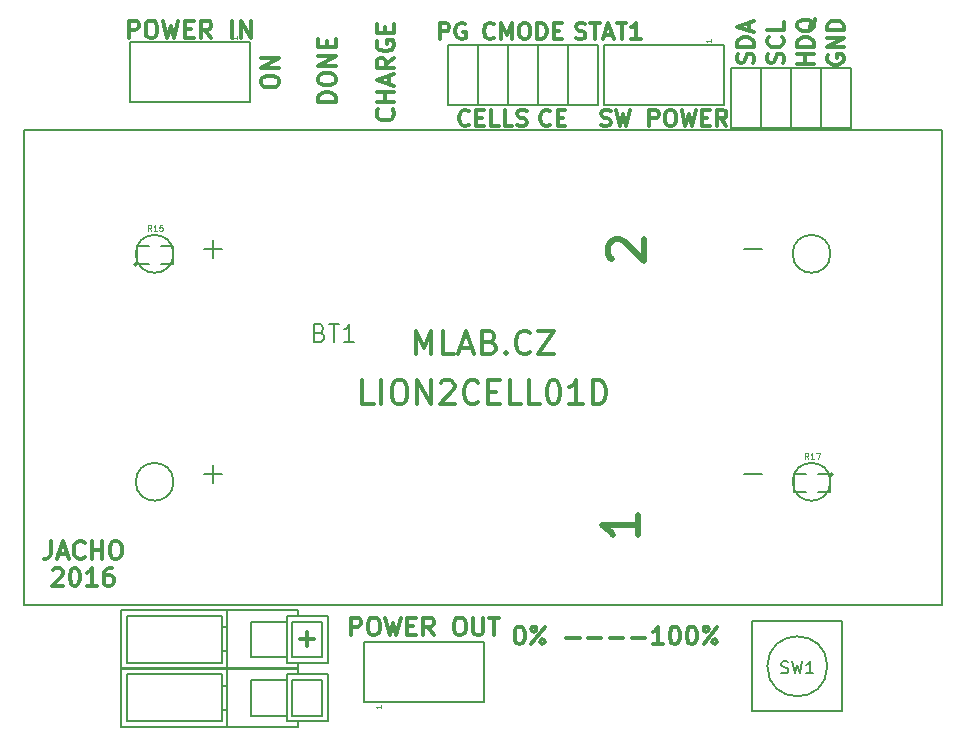
<source format=gbr>
G04 #@! TF.FileFunction,Legend,Top*
%FSLAX46Y46*%
G04 Gerber Fmt 4.6, Leading zero omitted, Abs format (unit mm)*
G04 Created by KiCad (PCBNEW 4.0.1-3.201512221401+6198~38~ubuntu15.10.1-stable) date Út 19. leden 2016, 20:18:50 CET*
%MOMM*%
G01*
G04 APERTURE LIST*
%ADD10C,0.300000*%
%ADD11C,0.500000*%
%ADD12C,0.200000*%
%ADD13C,0.150000*%
%ADD14C,0.127000*%
%ADD15C,0.050000*%
%ADD16C,0.109220*%
%ADD17C,0.203200*%
G04 APERTURE END LIST*
D10*
D11*
X51474857Y40036858D02*
X51332000Y40179715D01*
X51189143Y40465429D01*
X51189143Y41179715D01*
X51332000Y41465429D01*
X51474857Y41608286D01*
X51760571Y41751143D01*
X52046286Y41751143D01*
X52474857Y41608286D01*
X54189143Y39894000D01*
X54189143Y41751143D01*
X53681143Y18383143D02*
X53681143Y16668858D01*
X53681143Y17526000D02*
X50681143Y17526000D01*
X51109714Y17240286D01*
X51395429Y16954572D01*
X51538286Y16668858D01*
D10*
X34878095Y31988238D02*
X34878095Y33988238D01*
X35544762Y32559667D01*
X36211429Y33988238D01*
X36211429Y31988238D01*
X38116190Y31988238D02*
X37163809Y31988238D01*
X37163809Y33988238D01*
X38687619Y32559667D02*
X39640000Y32559667D01*
X38497143Y31988238D02*
X39163810Y33988238D01*
X39830477Y31988238D01*
X41163810Y33035857D02*
X41449524Y32940619D01*
X41544763Y32845381D01*
X41640001Y32654905D01*
X41640001Y32369190D01*
X41544763Y32178714D01*
X41449524Y32083476D01*
X41259048Y31988238D01*
X40497143Y31988238D01*
X40497143Y33988238D01*
X41163810Y33988238D01*
X41354286Y33893000D01*
X41449524Y33797762D01*
X41544763Y33607286D01*
X41544763Y33416810D01*
X41449524Y33226333D01*
X41354286Y33131095D01*
X41163810Y33035857D01*
X40497143Y33035857D01*
X42497143Y32178714D02*
X42592382Y32083476D01*
X42497143Y31988238D01*
X42401905Y32083476D01*
X42497143Y32178714D01*
X42497143Y31988238D01*
X44592382Y32178714D02*
X44497144Y32083476D01*
X44211429Y31988238D01*
X44020953Y31988238D01*
X43735239Y32083476D01*
X43544763Y32273952D01*
X43449524Y32464429D01*
X43354286Y32845381D01*
X43354286Y33131095D01*
X43449524Y33512048D01*
X43544763Y33702524D01*
X43735239Y33893000D01*
X44020953Y33988238D01*
X44211429Y33988238D01*
X44497144Y33893000D01*
X44592382Y33797762D01*
X45259048Y33988238D02*
X46592382Y33988238D01*
X45259048Y31988238D01*
X46592382Y31988238D01*
X4159572Y13759571D02*
X4231001Y13831000D01*
X4373858Y13902429D01*
X4731001Y13902429D01*
X4873858Y13831000D01*
X4945287Y13759571D01*
X5016715Y13616714D01*
X5016715Y13473857D01*
X4945287Y13259571D01*
X4088144Y12402429D01*
X5016715Y12402429D01*
X5945286Y13902429D02*
X6088143Y13902429D01*
X6231000Y13831000D01*
X6302429Y13759571D01*
X6373858Y13616714D01*
X6445286Y13331000D01*
X6445286Y12973857D01*
X6373858Y12688143D01*
X6302429Y12545286D01*
X6231000Y12473857D01*
X6088143Y12402429D01*
X5945286Y12402429D01*
X5802429Y12473857D01*
X5731000Y12545286D01*
X5659572Y12688143D01*
X5588143Y12973857D01*
X5588143Y13331000D01*
X5659572Y13616714D01*
X5731000Y13759571D01*
X5802429Y13831000D01*
X5945286Y13902429D01*
X7873857Y12402429D02*
X7016714Y12402429D01*
X7445286Y12402429D02*
X7445286Y13902429D01*
X7302429Y13688143D01*
X7159571Y13545286D01*
X7016714Y13473857D01*
X9159571Y13902429D02*
X8873857Y13902429D01*
X8731000Y13831000D01*
X8659571Y13759571D01*
X8516714Y13545286D01*
X8445285Y13259571D01*
X8445285Y12688143D01*
X8516714Y12545286D01*
X8588142Y12473857D01*
X8731000Y12402429D01*
X9016714Y12402429D01*
X9159571Y12473857D01*
X9231000Y12545286D01*
X9302428Y12688143D01*
X9302428Y13045286D01*
X9231000Y13188143D01*
X9159571Y13259571D01*
X9016714Y13331000D01*
X8731000Y13331000D01*
X8588142Y13259571D01*
X8516714Y13188143D01*
X8445285Y13045286D01*
X3981000Y16188429D02*
X3981000Y15117000D01*
X3909572Y14902714D01*
X3766715Y14759857D01*
X3552429Y14688429D01*
X3409572Y14688429D01*
X4623857Y15117000D02*
X5338143Y15117000D01*
X4481000Y14688429D02*
X4981000Y16188429D01*
X5481000Y14688429D01*
X6838143Y14831286D02*
X6766714Y14759857D01*
X6552428Y14688429D01*
X6409571Y14688429D01*
X6195286Y14759857D01*
X6052428Y14902714D01*
X5981000Y15045571D01*
X5909571Y15331286D01*
X5909571Y15545571D01*
X5981000Y15831286D01*
X6052428Y15974143D01*
X6195286Y16117000D01*
X6409571Y16188429D01*
X6552428Y16188429D01*
X6766714Y16117000D01*
X6838143Y16045571D01*
X7481000Y14688429D02*
X7481000Y16188429D01*
X7481000Y15474143D02*
X8338143Y15474143D01*
X8338143Y14688429D02*
X8338143Y16188429D01*
X9338143Y16188429D02*
X9623857Y16188429D01*
X9766715Y16117000D01*
X9909572Y15974143D01*
X9981000Y15688429D01*
X9981000Y15188429D01*
X9909572Y14902714D01*
X9766715Y14759857D01*
X9623857Y14688429D01*
X9338143Y14688429D01*
X9195286Y14759857D01*
X9052429Y14902714D01*
X8981000Y15188429D01*
X8981000Y15688429D01*
X9052429Y15974143D01*
X9195286Y16117000D01*
X9338143Y16188429D01*
X31306666Y27797238D02*
X30354285Y27797238D01*
X30354285Y29797238D01*
X31973333Y27797238D02*
X31973333Y29797238D01*
X33306667Y29797238D02*
X33687619Y29797238D01*
X33878095Y29702000D01*
X34068572Y29511524D01*
X34163810Y29130571D01*
X34163810Y28463905D01*
X34068572Y28082952D01*
X33878095Y27892476D01*
X33687619Y27797238D01*
X33306667Y27797238D01*
X33116191Y27892476D01*
X32925714Y28082952D01*
X32830476Y28463905D01*
X32830476Y29130571D01*
X32925714Y29511524D01*
X33116191Y29702000D01*
X33306667Y29797238D01*
X35020952Y27797238D02*
X35020952Y29797238D01*
X36163810Y27797238D01*
X36163810Y29797238D01*
X37020952Y29606762D02*
X37116190Y29702000D01*
X37306667Y29797238D01*
X37782857Y29797238D01*
X37973333Y29702000D01*
X38068571Y29606762D01*
X38163810Y29416286D01*
X38163810Y29225810D01*
X38068571Y28940095D01*
X36925714Y27797238D01*
X38163810Y27797238D01*
X40163810Y27987714D02*
X40068572Y27892476D01*
X39782857Y27797238D01*
X39592381Y27797238D01*
X39306667Y27892476D01*
X39116191Y28082952D01*
X39020952Y28273429D01*
X38925714Y28654381D01*
X38925714Y28940095D01*
X39020952Y29321048D01*
X39116191Y29511524D01*
X39306667Y29702000D01*
X39592381Y29797238D01*
X39782857Y29797238D01*
X40068572Y29702000D01*
X40163810Y29606762D01*
X41020952Y28844857D02*
X41687619Y28844857D01*
X41973333Y27797238D02*
X41020952Y27797238D01*
X41020952Y29797238D01*
X41973333Y29797238D01*
X43782857Y27797238D02*
X42830476Y27797238D01*
X42830476Y29797238D01*
X45401905Y27797238D02*
X44449524Y27797238D01*
X44449524Y29797238D01*
X46449525Y29797238D02*
X46640001Y29797238D01*
X46830477Y29702000D01*
X46925715Y29606762D01*
X47020953Y29416286D01*
X47116192Y29035333D01*
X47116192Y28559143D01*
X47020953Y28178190D01*
X46925715Y27987714D01*
X46830477Y27892476D01*
X46640001Y27797238D01*
X46449525Y27797238D01*
X46259049Y27892476D01*
X46163811Y27987714D01*
X46068572Y28178190D01*
X45973334Y28559143D01*
X45973334Y29035333D01*
X46068572Y29416286D01*
X46163811Y29606762D01*
X46259049Y29702000D01*
X46449525Y29797238D01*
X49020954Y27797238D02*
X47878096Y27797238D01*
X48449525Y27797238D02*
X48449525Y29797238D01*
X48259049Y29511524D01*
X48068573Y29321048D01*
X47878096Y29225810D01*
X49878096Y27797238D02*
X49878096Y29797238D01*
X50354287Y29797238D01*
X50640001Y29702000D01*
X50830477Y29511524D01*
X50925716Y29321048D01*
X51020954Y28940095D01*
X51020954Y28654381D01*
X50925716Y28273429D01*
X50830477Y28082952D01*
X50640001Y27892476D01*
X50354287Y27797238D01*
X49878096Y27797238D01*
X48447667Y58742333D02*
X48647667Y58675667D01*
X48981000Y58675667D01*
X49114333Y58742333D01*
X49181000Y58809000D01*
X49247667Y58942333D01*
X49247667Y59075667D01*
X49181000Y59209000D01*
X49114333Y59275667D01*
X48981000Y59342333D01*
X48714333Y59409000D01*
X48581000Y59475667D01*
X48514333Y59542333D01*
X48447667Y59675667D01*
X48447667Y59809000D01*
X48514333Y59942333D01*
X48581000Y60009000D01*
X48714333Y60075667D01*
X49047667Y60075667D01*
X49247667Y60009000D01*
X49647666Y60075667D02*
X50447666Y60075667D01*
X50047666Y58675667D02*
X50047666Y60075667D01*
X50847667Y59075667D02*
X51514333Y59075667D01*
X50714333Y58675667D02*
X51181000Y60075667D01*
X51647667Y58675667D01*
X51914333Y60075667D02*
X52714333Y60075667D01*
X52314333Y58675667D02*
X52314333Y60075667D01*
X53914334Y58675667D02*
X53114334Y58675667D01*
X53514334Y58675667D02*
X53514334Y60075667D01*
X53381000Y59875667D01*
X53247667Y59742333D01*
X53114334Y59675667D01*
X46282000Y51443000D02*
X46215334Y51376333D01*
X46015334Y51309667D01*
X45882000Y51309667D01*
X45682000Y51376333D01*
X45548667Y51509667D01*
X45482000Y51643000D01*
X45415334Y51909667D01*
X45415334Y52109667D01*
X45482000Y52376333D01*
X45548667Y52509667D01*
X45682000Y52643000D01*
X45882000Y52709667D01*
X46015334Y52709667D01*
X46215334Y52643000D01*
X46282000Y52576333D01*
X46882000Y52043000D02*
X47348667Y52043000D01*
X47548667Y51309667D02*
X46882000Y51309667D01*
X46882000Y52709667D01*
X47548667Y52709667D01*
X41508666Y58809000D02*
X41442000Y58742333D01*
X41242000Y58675667D01*
X41108666Y58675667D01*
X40908666Y58742333D01*
X40775333Y58875667D01*
X40708666Y59009000D01*
X40642000Y59275667D01*
X40642000Y59475667D01*
X40708666Y59742333D01*
X40775333Y59875667D01*
X40908666Y60009000D01*
X41108666Y60075667D01*
X41242000Y60075667D01*
X41442000Y60009000D01*
X41508666Y59942333D01*
X42108666Y58675667D02*
X42108666Y60075667D01*
X42575333Y59075667D01*
X43042000Y60075667D01*
X43042000Y58675667D01*
X43975333Y60075667D02*
X44242000Y60075667D01*
X44375333Y60009000D01*
X44508666Y59875667D01*
X44575333Y59609000D01*
X44575333Y59142333D01*
X44508666Y58875667D01*
X44375333Y58742333D01*
X44242000Y58675667D01*
X43975333Y58675667D01*
X43842000Y58742333D01*
X43708666Y58875667D01*
X43642000Y59142333D01*
X43642000Y59609000D01*
X43708666Y59875667D01*
X43842000Y60009000D01*
X43975333Y60075667D01*
X45175333Y58675667D02*
X45175333Y60075667D01*
X45508667Y60075667D01*
X45708667Y60009000D01*
X45842000Y59875667D01*
X45908667Y59742333D01*
X45975333Y59475667D01*
X45975333Y59275667D01*
X45908667Y59009000D01*
X45842000Y58875667D01*
X45708667Y58742333D01*
X45508667Y58675667D01*
X45175333Y58675667D01*
X46575333Y59409000D02*
X47042000Y59409000D01*
X47242000Y58675667D02*
X46575333Y58675667D01*
X46575333Y60075667D01*
X47242000Y60075667D01*
X39402000Y51443000D02*
X39335334Y51376333D01*
X39135334Y51309667D01*
X39002000Y51309667D01*
X38802000Y51376333D01*
X38668667Y51509667D01*
X38602000Y51643000D01*
X38535334Y51909667D01*
X38535334Y52109667D01*
X38602000Y52376333D01*
X38668667Y52509667D01*
X38802000Y52643000D01*
X39002000Y52709667D01*
X39135334Y52709667D01*
X39335334Y52643000D01*
X39402000Y52576333D01*
X40002000Y52043000D02*
X40468667Y52043000D01*
X40668667Y51309667D02*
X40002000Y51309667D01*
X40002000Y52709667D01*
X40668667Y52709667D01*
X41935334Y51309667D02*
X41268667Y51309667D01*
X41268667Y52709667D01*
X43068667Y51309667D02*
X42402000Y51309667D01*
X42402000Y52709667D01*
X43468667Y51376333D02*
X43668667Y51309667D01*
X44002000Y51309667D01*
X44135333Y51376333D01*
X44202000Y51443000D01*
X44268667Y51576333D01*
X44268667Y51709667D01*
X44202000Y51843000D01*
X44135333Y51909667D01*
X44002000Y51976333D01*
X43735333Y52043000D01*
X43602000Y52109667D01*
X43535333Y52176333D01*
X43468667Y52309667D01*
X43468667Y52443000D01*
X43535333Y52576333D01*
X43602000Y52643000D01*
X43735333Y52709667D01*
X44068667Y52709667D01*
X44268667Y52643000D01*
X36906333Y58675667D02*
X36906333Y60075667D01*
X37439667Y60075667D01*
X37573000Y60009000D01*
X37639667Y59942333D01*
X37706333Y59809000D01*
X37706333Y59609000D01*
X37639667Y59475667D01*
X37573000Y59409000D01*
X37439667Y59342333D01*
X36906333Y59342333D01*
X39039667Y60009000D02*
X38906333Y60075667D01*
X38706333Y60075667D01*
X38506333Y60009000D01*
X38373000Y59875667D01*
X38306333Y59742333D01*
X38239667Y59475667D01*
X38239667Y59275667D01*
X38306333Y59009000D01*
X38373000Y58875667D01*
X38506333Y58742333D01*
X38706333Y58675667D01*
X38839667Y58675667D01*
X39039667Y58742333D01*
X39106333Y58809000D01*
X39106333Y59275667D01*
X38839667Y59275667D01*
X50580000Y51376333D02*
X50780000Y51309667D01*
X51113333Y51309667D01*
X51246666Y51376333D01*
X51313333Y51443000D01*
X51380000Y51576333D01*
X51380000Y51709667D01*
X51313333Y51843000D01*
X51246666Y51909667D01*
X51113333Y51976333D01*
X50846666Y52043000D01*
X50713333Y52109667D01*
X50646666Y52176333D01*
X50580000Y52309667D01*
X50580000Y52443000D01*
X50646666Y52576333D01*
X50713333Y52643000D01*
X50846666Y52709667D01*
X51180000Y52709667D01*
X51380000Y52643000D01*
X51846666Y52709667D02*
X52179999Y51309667D01*
X52446666Y52309667D01*
X52713333Y51309667D01*
X53046666Y52709667D01*
X54646666Y51309667D02*
X54646666Y52709667D01*
X55180000Y52709667D01*
X55313333Y52643000D01*
X55380000Y52576333D01*
X55446666Y52443000D01*
X55446666Y52243000D01*
X55380000Y52109667D01*
X55313333Y52043000D01*
X55180000Y51976333D01*
X54646666Y51976333D01*
X56313333Y52709667D02*
X56580000Y52709667D01*
X56713333Y52643000D01*
X56846666Y52509667D01*
X56913333Y52243000D01*
X56913333Y51776333D01*
X56846666Y51509667D01*
X56713333Y51376333D01*
X56580000Y51309667D01*
X56313333Y51309667D01*
X56180000Y51376333D01*
X56046666Y51509667D01*
X55980000Y51776333D01*
X55980000Y52243000D01*
X56046666Y52509667D01*
X56180000Y52643000D01*
X56313333Y52709667D01*
X57380000Y52709667D02*
X57713333Y51309667D01*
X57980000Y52309667D01*
X58246667Y51309667D01*
X58580000Y52709667D01*
X59113333Y52043000D02*
X59580000Y52043000D01*
X59780000Y51309667D02*
X59113333Y51309667D01*
X59113333Y52709667D01*
X59780000Y52709667D01*
X61180000Y51309667D02*
X60713334Y51976333D01*
X60380000Y51309667D02*
X60380000Y52709667D01*
X60913334Y52709667D01*
X61046667Y52643000D01*
X61113334Y52576333D01*
X61180000Y52443000D01*
X61180000Y52243000D01*
X61113334Y52109667D01*
X61046667Y52043000D01*
X60913334Y51976333D01*
X60380000Y51976333D01*
X63431667Y56654667D02*
X63498333Y56854667D01*
X63498333Y57188000D01*
X63431667Y57321333D01*
X63365000Y57388000D01*
X63231667Y57454667D01*
X63098333Y57454667D01*
X62965000Y57388000D01*
X62898333Y57321333D01*
X62831667Y57188000D01*
X62765000Y56921333D01*
X62698333Y56788000D01*
X62631667Y56721333D01*
X62498333Y56654667D01*
X62365000Y56654667D01*
X62231667Y56721333D01*
X62165000Y56788000D01*
X62098333Y56921333D01*
X62098333Y57254667D01*
X62165000Y57454667D01*
X63498333Y58054666D02*
X62098333Y58054666D01*
X62098333Y58388000D01*
X62165000Y58588000D01*
X62298333Y58721333D01*
X62431667Y58788000D01*
X62698333Y58854666D01*
X62898333Y58854666D01*
X63165000Y58788000D01*
X63298333Y58721333D01*
X63431667Y58588000D01*
X63498333Y58388000D01*
X63498333Y58054666D01*
X63098333Y59388000D02*
X63098333Y60054666D01*
X63498333Y59254666D02*
X62098333Y59721333D01*
X63498333Y60188000D01*
X69785000Y57327667D02*
X69718333Y57194333D01*
X69718333Y56994333D01*
X69785000Y56794333D01*
X69918333Y56661000D01*
X70051667Y56594333D01*
X70318333Y56527667D01*
X70518333Y56527667D01*
X70785000Y56594333D01*
X70918333Y56661000D01*
X71051667Y56794333D01*
X71118333Y56994333D01*
X71118333Y57127667D01*
X71051667Y57327667D01*
X70985000Y57394333D01*
X70518333Y57394333D01*
X70518333Y57127667D01*
X71118333Y57994333D02*
X69718333Y57994333D01*
X71118333Y58794333D01*
X69718333Y58794333D01*
X71118333Y59461000D02*
X69718333Y59461000D01*
X69718333Y59794334D01*
X69785000Y59994334D01*
X69918333Y60127667D01*
X70051667Y60194334D01*
X70318333Y60261000D01*
X70518333Y60261000D01*
X70785000Y60194334D01*
X70918333Y60127667D01*
X71051667Y59994334D01*
X71118333Y59794334D01*
X71118333Y59461000D01*
X68578333Y56594333D02*
X67178333Y56594333D01*
X67845000Y56594333D02*
X67845000Y57394333D01*
X68578333Y57394333D02*
X67178333Y57394333D01*
X68578333Y58061000D02*
X67178333Y58061000D01*
X67178333Y58394334D01*
X67245000Y58594334D01*
X67378333Y58727667D01*
X67511667Y58794334D01*
X67778333Y58861000D01*
X67978333Y58861000D01*
X68245000Y58794334D01*
X68378333Y58727667D01*
X68511667Y58594334D01*
X68578333Y58394334D01*
X68578333Y58061000D01*
X68711667Y60394334D02*
X68645000Y60261000D01*
X68511667Y60127667D01*
X68311667Y59927667D01*
X68245000Y59794334D01*
X68245000Y59661000D01*
X68578333Y59727667D02*
X68511667Y59594334D01*
X68378333Y59461000D01*
X68111667Y59394334D01*
X67645000Y59394334D01*
X67378333Y59461000D01*
X67245000Y59594334D01*
X67178333Y59727667D01*
X67178333Y59994334D01*
X67245000Y60127667D01*
X67378333Y60261000D01*
X67645000Y60327667D01*
X68111667Y60327667D01*
X68378333Y60261000D01*
X68511667Y60127667D01*
X68578333Y59994334D01*
X68578333Y59727667D01*
X65971667Y56654667D02*
X66038333Y56854667D01*
X66038333Y57188000D01*
X65971667Y57321333D01*
X65905000Y57388000D01*
X65771667Y57454667D01*
X65638333Y57454667D01*
X65505000Y57388000D01*
X65438333Y57321333D01*
X65371667Y57188000D01*
X65305000Y56921333D01*
X65238333Y56788000D01*
X65171667Y56721333D01*
X65038333Y56654667D01*
X64905000Y56654667D01*
X64771667Y56721333D01*
X64705000Y56788000D01*
X64638333Y56921333D01*
X64638333Y57254667D01*
X64705000Y57454667D01*
X65905000Y58854666D02*
X65971667Y58788000D01*
X66038333Y58588000D01*
X66038333Y58454666D01*
X65971667Y58254666D01*
X65838333Y58121333D01*
X65705000Y58054666D01*
X65438333Y57988000D01*
X65238333Y57988000D01*
X64971667Y58054666D01*
X64838333Y58121333D01*
X64705000Y58254666D01*
X64638333Y58454666D01*
X64638333Y58588000D01*
X64705000Y58788000D01*
X64771667Y58854666D01*
X66038333Y60121333D02*
X66038333Y59454666D01*
X64638333Y59454666D01*
X10569428Y58757429D02*
X10569428Y60257429D01*
X11140856Y60257429D01*
X11283714Y60186000D01*
X11355142Y60114571D01*
X11426571Y59971714D01*
X11426571Y59757429D01*
X11355142Y59614571D01*
X11283714Y59543143D01*
X11140856Y59471714D01*
X10569428Y59471714D01*
X12355142Y60257429D02*
X12640856Y60257429D01*
X12783714Y60186000D01*
X12926571Y60043143D01*
X12997999Y59757429D01*
X12997999Y59257429D01*
X12926571Y58971714D01*
X12783714Y58828857D01*
X12640856Y58757429D01*
X12355142Y58757429D01*
X12212285Y58828857D01*
X12069428Y58971714D01*
X11997999Y59257429D01*
X11997999Y59757429D01*
X12069428Y60043143D01*
X12212285Y60186000D01*
X12355142Y60257429D01*
X13498000Y60257429D02*
X13855143Y58757429D01*
X14140857Y59828857D01*
X14426571Y58757429D01*
X14783714Y60257429D01*
X15355143Y59543143D02*
X15855143Y59543143D01*
X16069429Y58757429D02*
X15355143Y58757429D01*
X15355143Y60257429D01*
X16069429Y60257429D01*
X17569429Y58757429D02*
X17069429Y59471714D01*
X16712286Y58757429D02*
X16712286Y60257429D01*
X17283714Y60257429D01*
X17426572Y60186000D01*
X17498000Y60114571D01*
X17569429Y59971714D01*
X17569429Y59757429D01*
X17498000Y59614571D01*
X17426572Y59543143D01*
X17283714Y59471714D01*
X16712286Y59471714D01*
X19355143Y58757429D02*
X19355143Y60257429D01*
X20069429Y58757429D02*
X20069429Y60257429D01*
X20926572Y58757429D01*
X20926572Y60257429D01*
X29381428Y8211429D02*
X29381428Y9711429D01*
X29952856Y9711429D01*
X30095714Y9640000D01*
X30167142Y9568571D01*
X30238571Y9425714D01*
X30238571Y9211429D01*
X30167142Y9068571D01*
X30095714Y8997143D01*
X29952856Y8925714D01*
X29381428Y8925714D01*
X31167142Y9711429D02*
X31452856Y9711429D01*
X31595714Y9640000D01*
X31738571Y9497143D01*
X31809999Y9211429D01*
X31809999Y8711429D01*
X31738571Y8425714D01*
X31595714Y8282857D01*
X31452856Y8211429D01*
X31167142Y8211429D01*
X31024285Y8282857D01*
X30881428Y8425714D01*
X30809999Y8711429D01*
X30809999Y9211429D01*
X30881428Y9497143D01*
X31024285Y9640000D01*
X31167142Y9711429D01*
X32310000Y9711429D02*
X32667143Y8211429D01*
X32952857Y9282857D01*
X33238571Y8211429D01*
X33595714Y9711429D01*
X34167143Y8997143D02*
X34667143Y8997143D01*
X34881429Y8211429D02*
X34167143Y8211429D01*
X34167143Y9711429D01*
X34881429Y9711429D01*
X36381429Y8211429D02*
X35881429Y8925714D01*
X35524286Y8211429D02*
X35524286Y9711429D01*
X36095714Y9711429D01*
X36238572Y9640000D01*
X36310000Y9568571D01*
X36381429Y9425714D01*
X36381429Y9211429D01*
X36310000Y9068571D01*
X36238572Y8997143D01*
X36095714Y8925714D01*
X35524286Y8925714D01*
X38452857Y9711429D02*
X38738571Y9711429D01*
X38881429Y9640000D01*
X39024286Y9497143D01*
X39095714Y9211429D01*
X39095714Y8711429D01*
X39024286Y8425714D01*
X38881429Y8282857D01*
X38738571Y8211429D01*
X38452857Y8211429D01*
X38310000Y8282857D01*
X38167143Y8425714D01*
X38095714Y8711429D01*
X38095714Y9211429D01*
X38167143Y9497143D01*
X38310000Y9640000D01*
X38452857Y9711429D01*
X39738572Y9711429D02*
X39738572Y8497143D01*
X39810000Y8354286D01*
X39881429Y8282857D01*
X40024286Y8211429D01*
X40310000Y8211429D01*
X40452858Y8282857D01*
X40524286Y8354286D01*
X40595715Y8497143D01*
X40595715Y9711429D01*
X41095715Y9711429D02*
X41952858Y9711429D01*
X41524287Y8211429D02*
X41524287Y9711429D01*
X25082572Y7893857D02*
X26225429Y7893857D01*
X25654000Y7322429D02*
X25654000Y8465286D01*
X43601715Y8949429D02*
X43744572Y8949429D01*
X43887429Y8878000D01*
X43958858Y8806571D01*
X44030287Y8663714D01*
X44101715Y8378000D01*
X44101715Y8020857D01*
X44030287Y7735143D01*
X43958858Y7592286D01*
X43887429Y7520857D01*
X43744572Y7449429D01*
X43601715Y7449429D01*
X43458858Y7520857D01*
X43387429Y7592286D01*
X43316001Y7735143D01*
X43244572Y8020857D01*
X43244572Y8378000D01*
X43316001Y8663714D01*
X43387429Y8806571D01*
X43458858Y8878000D01*
X43601715Y8949429D01*
X44673143Y7449429D02*
X45816000Y8949429D01*
X44887429Y8949429D02*
X45030286Y8878000D01*
X45101715Y8735143D01*
X45030286Y8592286D01*
X44887429Y8520857D01*
X44744572Y8592286D01*
X44673143Y8735143D01*
X44744572Y8878000D01*
X44887429Y8949429D01*
X45744572Y7520857D02*
X45816000Y7663714D01*
X45744572Y7806571D01*
X45601715Y7878000D01*
X45458858Y7806571D01*
X45387429Y7663714D01*
X45458858Y7520857D01*
X45601715Y7449429D01*
X45744572Y7520857D01*
X47601715Y8020857D02*
X48744572Y8020857D01*
X49458858Y8020857D02*
X50601715Y8020857D01*
X51316001Y8020857D02*
X52458858Y8020857D01*
X53173144Y8020857D02*
X54316001Y8020857D01*
X55816001Y7449429D02*
X54958858Y7449429D01*
X55387430Y7449429D02*
X55387430Y8949429D01*
X55244573Y8735143D01*
X55101715Y8592286D01*
X54958858Y8520857D01*
X56744572Y8949429D02*
X56887429Y8949429D01*
X57030286Y8878000D01*
X57101715Y8806571D01*
X57173144Y8663714D01*
X57244572Y8378000D01*
X57244572Y8020857D01*
X57173144Y7735143D01*
X57101715Y7592286D01*
X57030286Y7520857D01*
X56887429Y7449429D01*
X56744572Y7449429D01*
X56601715Y7520857D01*
X56530286Y7592286D01*
X56458858Y7735143D01*
X56387429Y8020857D01*
X56387429Y8378000D01*
X56458858Y8663714D01*
X56530286Y8806571D01*
X56601715Y8878000D01*
X56744572Y8949429D01*
X58173143Y8949429D02*
X58316000Y8949429D01*
X58458857Y8878000D01*
X58530286Y8806571D01*
X58601715Y8663714D01*
X58673143Y8378000D01*
X58673143Y8020857D01*
X58601715Y7735143D01*
X58530286Y7592286D01*
X58458857Y7520857D01*
X58316000Y7449429D01*
X58173143Y7449429D01*
X58030286Y7520857D01*
X57958857Y7592286D01*
X57887429Y7735143D01*
X57816000Y8020857D01*
X57816000Y8378000D01*
X57887429Y8663714D01*
X57958857Y8806571D01*
X58030286Y8878000D01*
X58173143Y8949429D01*
X59244571Y7449429D02*
X60387428Y8949429D01*
X59458857Y8949429D02*
X59601714Y8878000D01*
X59673143Y8735143D01*
X59601714Y8592286D01*
X59458857Y8520857D01*
X59316000Y8592286D01*
X59244571Y8735143D01*
X59316000Y8878000D01*
X59458857Y8949429D01*
X60316000Y7520857D02*
X60387428Y7663714D01*
X60316000Y7806571D01*
X60173143Y7878000D01*
X60030286Y7806571D01*
X59958857Y7663714D01*
X60030286Y7520857D01*
X60173143Y7449429D01*
X60316000Y7520857D01*
X32920714Y52737143D02*
X32992143Y52665714D01*
X33063571Y52451428D01*
X33063571Y52308571D01*
X32992143Y52094286D01*
X32849286Y51951428D01*
X32706429Y51880000D01*
X32420714Y51808571D01*
X32206429Y51808571D01*
X31920714Y51880000D01*
X31777857Y51951428D01*
X31635000Y52094286D01*
X31563571Y52308571D01*
X31563571Y52451428D01*
X31635000Y52665714D01*
X31706429Y52737143D01*
X33063571Y53380000D02*
X31563571Y53380000D01*
X32277857Y53380000D02*
X32277857Y54237143D01*
X33063571Y54237143D02*
X31563571Y54237143D01*
X32635000Y54880000D02*
X32635000Y55594286D01*
X33063571Y54737143D02*
X31563571Y55237143D01*
X33063571Y55737143D01*
X33063571Y57094286D02*
X32349286Y56594286D01*
X33063571Y56237143D02*
X31563571Y56237143D01*
X31563571Y56808571D01*
X31635000Y56951429D01*
X31706429Y57022857D01*
X31849286Y57094286D01*
X32063571Y57094286D01*
X32206429Y57022857D01*
X32277857Y56951429D01*
X32349286Y56808571D01*
X32349286Y56237143D01*
X31635000Y58522857D02*
X31563571Y58380000D01*
X31563571Y58165714D01*
X31635000Y57951429D01*
X31777857Y57808571D01*
X31920714Y57737143D01*
X32206429Y57665714D01*
X32420714Y57665714D01*
X32706429Y57737143D01*
X32849286Y57808571D01*
X32992143Y57951429D01*
X33063571Y58165714D01*
X33063571Y58308571D01*
X32992143Y58522857D01*
X32920714Y58594286D01*
X32420714Y58594286D01*
X32420714Y58308571D01*
X32277857Y59237143D02*
X32277857Y59737143D01*
X33063571Y59951429D02*
X33063571Y59237143D01*
X31563571Y59237143D01*
X31563571Y59951429D01*
X28110571Y53364143D02*
X26610571Y53364143D01*
X26610571Y53721286D01*
X26682000Y53935571D01*
X26824857Y54078429D01*
X26967714Y54149857D01*
X27253429Y54221286D01*
X27467714Y54221286D01*
X27753429Y54149857D01*
X27896286Y54078429D01*
X28039143Y53935571D01*
X28110571Y53721286D01*
X28110571Y53364143D01*
X26610571Y55149857D02*
X26610571Y55435571D01*
X26682000Y55578429D01*
X26824857Y55721286D01*
X27110571Y55792714D01*
X27610571Y55792714D01*
X27896286Y55721286D01*
X28039143Y55578429D01*
X28110571Y55435571D01*
X28110571Y55149857D01*
X28039143Y55007000D01*
X27896286Y54864143D01*
X27610571Y54792714D01*
X27110571Y54792714D01*
X26824857Y54864143D01*
X26682000Y55007000D01*
X26610571Y55149857D01*
X28110571Y56435572D02*
X26610571Y56435572D01*
X28110571Y57292715D01*
X26610571Y57292715D01*
X27324857Y58007001D02*
X27324857Y58507001D01*
X28110571Y58721287D02*
X28110571Y58007001D01*
X26610571Y58007001D01*
X26610571Y58721287D01*
X21784571Y54951428D02*
X21784571Y55237142D01*
X21856000Y55380000D01*
X21998857Y55522857D01*
X22284571Y55594285D01*
X22784571Y55594285D01*
X23070286Y55522857D01*
X23213143Y55380000D01*
X23284571Y55237142D01*
X23284571Y54951428D01*
X23213143Y54808571D01*
X23070286Y54665714D01*
X22784571Y54594285D01*
X22284571Y54594285D01*
X21998857Y54665714D01*
X21856000Y54808571D01*
X21784571Y54951428D01*
X23284571Y56237143D02*
X21784571Y56237143D01*
X23284571Y57094286D01*
X21784571Y57094286D01*
D12*
X1726500Y50966000D02*
X1726500Y10756000D01*
X1726500Y10756000D02*
X79426500Y10756000D01*
X79426500Y10756000D02*
X79426500Y50966000D01*
X79426500Y50966000D02*
X1726500Y50966000D01*
D13*
X69986500Y40511000D02*
G75*
G03X69986500Y40511000I-1600000J0D01*
G01*
X69986500Y21211000D02*
G75*
G03X69986500Y21211000I-1600000J0D01*
G01*
X14366500Y21211000D02*
G75*
G03X14366500Y21211000I-1600000J0D01*
G01*
X14366500Y40511000D02*
G75*
G03X14366500Y40511000I-1600000J0D01*
G01*
X20828000Y58420000D02*
X20828000Y53340000D01*
X20828000Y53340000D02*
X10668000Y53340000D01*
X10668000Y53340000D02*
X10668000Y58420000D01*
X10668000Y58420000D02*
X20828000Y58420000D01*
X47752000Y58166000D02*
X50292000Y58166000D01*
X50292000Y58166000D02*
X50292000Y53086000D01*
X50292000Y53086000D02*
X47752000Y53086000D01*
X47752000Y53086000D02*
X47752000Y58166000D01*
X40132000Y53086000D02*
X37592000Y53086000D01*
X37592000Y53086000D02*
X37592000Y58166000D01*
X37592000Y58166000D02*
X40132000Y58166000D01*
X40132000Y58166000D02*
X40132000Y53086000D01*
X42672000Y58166000D02*
X45212000Y58166000D01*
X45212000Y58166000D02*
X45212000Y53086000D01*
X45212000Y53086000D02*
X42672000Y53086000D01*
X42672000Y53086000D02*
X42672000Y58166000D01*
X45212000Y58166000D02*
X47752000Y58166000D01*
X47752000Y58166000D02*
X47752000Y53086000D01*
X47752000Y53086000D02*
X45212000Y53086000D01*
X45212000Y53086000D02*
X45212000Y58166000D01*
X40132000Y58166000D02*
X42672000Y58166000D01*
X42672000Y58166000D02*
X42672000Y53086000D01*
X42672000Y53086000D02*
X40132000Y53086000D01*
X40132000Y53086000D02*
X40132000Y58166000D01*
X30480000Y2540000D02*
X30480000Y7620000D01*
X30480000Y7620000D02*
X40640000Y7620000D01*
X40640000Y7620000D02*
X40640000Y2540000D01*
X40640000Y2540000D02*
X30480000Y2540000D01*
X24939000Y5374000D02*
X24939000Y5874000D01*
X24939000Y9874000D02*
X24939000Y10374000D01*
X18939000Y5373900D02*
X18939000Y10374100D01*
X9939000Y5373900D02*
X9939000Y10374100D01*
X26939000Y6373000D02*
X26939000Y9375000D01*
X24439100Y6373000D02*
X24439100Y9375000D01*
X27439100Y9874000D02*
X27439100Y5874000D01*
X23939000Y9874000D02*
X23939000Y5874000D01*
X20939000Y6373900D02*
X20939000Y9374100D01*
X18438900Y9874000D02*
X18438900Y5874000D01*
X10438900Y5874000D02*
X10438900Y9874000D01*
X18438900Y6874000D02*
X18939000Y6874000D01*
X24439100Y6374000D02*
X26939000Y6374000D01*
X23939000Y5874000D02*
X27439100Y5874000D01*
X18438900Y8874000D02*
X18939000Y8874000D01*
X24439100Y9374000D02*
X26939000Y9374000D01*
X23939000Y9874000D02*
X27440000Y9874000D01*
X20939000Y6374000D02*
X23939000Y6374000D01*
X10438900Y5874000D02*
X18438900Y5874000D01*
X18939000Y5374000D02*
X24939000Y5374000D01*
X20939000Y9374000D02*
X23939000Y9374000D01*
X10438900Y9874000D02*
X18438900Y9874000D01*
X18939000Y10374000D02*
X24939000Y10374000D01*
X18939000Y5374000D02*
X9939000Y5374000D01*
X9939000Y10374000D02*
X18939000Y10374000D01*
X24939000Y421000D02*
X24939000Y921000D01*
X24939000Y4921000D02*
X24939000Y5421000D01*
X18939000Y420900D02*
X18939000Y5421100D01*
X9939000Y420900D02*
X9939000Y5421100D01*
X26939000Y1420000D02*
X26939000Y4422000D01*
X24439100Y1420000D02*
X24439100Y4422000D01*
X27439100Y4921000D02*
X27439100Y921000D01*
X23939000Y4921000D02*
X23939000Y921000D01*
X20939000Y1420900D02*
X20939000Y4421100D01*
X18438900Y4921000D02*
X18438900Y921000D01*
X10438900Y921000D02*
X10438900Y4921000D01*
X18438900Y1921000D02*
X18939000Y1921000D01*
X24439100Y1421000D02*
X26939000Y1421000D01*
X23939000Y921000D02*
X27439100Y921000D01*
X18438900Y3921000D02*
X18939000Y3921000D01*
X24439100Y4421000D02*
X26939000Y4421000D01*
X23939000Y4921000D02*
X27440000Y4921000D01*
X20939000Y1421000D02*
X23939000Y1421000D01*
X10438900Y921000D02*
X18438900Y921000D01*
X18939000Y421000D02*
X24939000Y421000D01*
X20939000Y4421000D02*
X23939000Y4421000D01*
X10438900Y4921000D02*
X18438900Y4921000D01*
X18939000Y5421000D02*
X24939000Y5421000D01*
X18939000Y421000D02*
X9939000Y421000D01*
X9939000Y5421000D02*
X18939000Y5421000D01*
X61595000Y56261000D02*
X64135000Y56261000D01*
X64135000Y56261000D02*
X64135000Y51181000D01*
X64135000Y51181000D02*
X61595000Y51181000D01*
X61595000Y51181000D02*
X61595000Y56261000D01*
X64135000Y56261000D02*
X66675000Y56261000D01*
X66675000Y56261000D02*
X66675000Y51181000D01*
X66675000Y51181000D02*
X64135000Y51181000D01*
X64135000Y51181000D02*
X64135000Y56261000D01*
X66675000Y56261000D02*
X69215000Y56261000D01*
X69215000Y56261000D02*
X69215000Y51181000D01*
X69215000Y51181000D02*
X66675000Y51181000D01*
X66675000Y51181000D02*
X66675000Y56261000D01*
X60960000Y58166000D02*
X60960000Y53086000D01*
X60960000Y53086000D02*
X50800000Y53086000D01*
X50800000Y53086000D02*
X50800000Y58166000D01*
X50800000Y58166000D02*
X60960000Y58166000D01*
X11303000Y39624000D02*
G75*
G03X11303000Y39624000I-127000J0D01*
G01*
X12319000Y39624000D02*
X11303000Y39624000D01*
X11303000Y39624000D02*
X11303000Y41148000D01*
X11303000Y41148000D02*
X12319000Y41148000D01*
X13335000Y41148000D02*
X14351000Y41148000D01*
X14351000Y41148000D02*
X14351000Y39624000D01*
X14351000Y39624000D02*
X13335000Y39624000D01*
X70231000Y21844000D02*
G75*
G03X70231000Y21844000I-127000J0D01*
G01*
X68961000Y21844000D02*
X69977000Y21844000D01*
X69977000Y21844000D02*
X69977000Y20320000D01*
X69977000Y20320000D02*
X68961000Y20320000D01*
X67945000Y20320000D02*
X66929000Y20320000D01*
X66929000Y20320000D02*
X66929000Y21844000D01*
X66929000Y21844000D02*
X67945000Y21844000D01*
D14*
X69723000Y5588000D02*
G75*
G03X69723000Y5588000I-2540000J0D01*
G01*
X63373000Y9398000D02*
X70993000Y9398000D01*
X70993000Y9398000D02*
X70993000Y1778000D01*
X70993000Y1778000D02*
X63373000Y1778000D01*
X63373000Y9398000D02*
X63373000Y1778000D01*
D13*
X69215000Y56261000D02*
X71755000Y56261000D01*
X71755000Y56261000D02*
X71755000Y51181000D01*
X71755000Y51181000D02*
X69215000Y51181000D01*
X69215000Y51181000D02*
X69215000Y56261000D01*
X26761429Y33825643D02*
X26975715Y33754214D01*
X27047143Y33682786D01*
X27118572Y33539929D01*
X27118572Y33325643D01*
X27047143Y33182786D01*
X26975715Y33111357D01*
X26832857Y33039929D01*
X26261429Y33039929D01*
X26261429Y34539929D01*
X26761429Y34539929D01*
X26904286Y34468500D01*
X26975715Y34397071D01*
X27047143Y34254214D01*
X27047143Y34111357D01*
X26975715Y33968500D01*
X26904286Y33897071D01*
X26761429Y33825643D01*
X26261429Y33825643D01*
X27547143Y34539929D02*
X28404286Y34539929D01*
X27975715Y33039929D02*
X27975715Y34539929D01*
X29690000Y33039929D02*
X28832857Y33039929D01*
X29261429Y33039929D02*
X29261429Y34539929D01*
X29118572Y34325643D01*
X28975714Y34182786D01*
X28832857Y34111357D01*
D12*
X62674595Y21828143D02*
X64198405Y21828143D01*
X62674595Y40878143D02*
X64198405Y40878143D01*
X16954595Y21828143D02*
X18478405Y21828143D01*
X17716500Y21066238D02*
X17716500Y22590048D01*
X16954595Y40878143D02*
X18478405Y40878143D01*
X17716500Y40116238D02*
X17716500Y41640048D01*
D15*
X19784190Y58943857D02*
X19784190Y58658143D01*
X19784190Y58801000D02*
X19284190Y58801000D01*
X19355619Y58753381D01*
X19403238Y58705762D01*
X19427048Y58658143D01*
X31976190Y2301857D02*
X31976190Y2016143D01*
X31976190Y2159000D02*
X31476190Y2159000D01*
X31547619Y2111381D01*
X31595238Y2063762D01*
X31619048Y2016143D01*
X59916190Y58689857D02*
X59916190Y58404143D01*
X59916190Y58547000D02*
X59416190Y58547000D01*
X59487619Y58499381D01*
X59535238Y58451762D01*
X59559048Y58404143D01*
D16*
X12505328Y42445638D02*
X12338534Y42683914D01*
X12219396Y42445638D02*
X12219396Y42946018D01*
X12410017Y42946018D01*
X12457672Y42922190D01*
X12481500Y42898362D01*
X12505328Y42850707D01*
X12505328Y42779224D01*
X12481500Y42731569D01*
X12457672Y42707741D01*
X12410017Y42683914D01*
X12219396Y42683914D01*
X12981880Y42445638D02*
X12695948Y42445638D01*
X12838914Y42445638D02*
X12838914Y42946018D01*
X12791259Y42874535D01*
X12743604Y42826880D01*
X12695948Y42803052D01*
X13434604Y42946018D02*
X13196328Y42946018D01*
X13172500Y42707741D01*
X13196328Y42731569D01*
X13243983Y42755397D01*
X13363121Y42755397D01*
X13410777Y42731569D01*
X13434604Y42707741D01*
X13458432Y42660086D01*
X13458432Y42540948D01*
X13434604Y42493293D01*
X13410777Y42469465D01*
X13363121Y42445638D01*
X13243983Y42445638D01*
X13196328Y42469465D01*
X13172500Y42493293D01*
X68131328Y23141638D02*
X67964534Y23379914D01*
X67845396Y23141638D02*
X67845396Y23642018D01*
X68036017Y23642018D01*
X68083672Y23618190D01*
X68107500Y23594362D01*
X68131328Y23546707D01*
X68131328Y23475224D01*
X68107500Y23427569D01*
X68083672Y23403741D01*
X68036017Y23379914D01*
X67845396Y23379914D01*
X68607880Y23141638D02*
X68321948Y23141638D01*
X68464914Y23141638D02*
X68464914Y23642018D01*
X68417259Y23570535D01*
X68369604Y23522880D01*
X68321948Y23499052D01*
X68774673Y23642018D02*
X69108260Y23642018D01*
X68893811Y23141638D01*
D17*
X65828334Y5049762D02*
X65973477Y5001381D01*
X66215381Y5001381D01*
X66312143Y5049762D01*
X66360524Y5098143D01*
X66408905Y5194905D01*
X66408905Y5291667D01*
X66360524Y5388429D01*
X66312143Y5436810D01*
X66215381Y5485190D01*
X66021858Y5533571D01*
X65925096Y5581952D01*
X65876715Y5630333D01*
X65828334Y5727095D01*
X65828334Y5823857D01*
X65876715Y5920619D01*
X65925096Y5969000D01*
X66021858Y6017381D01*
X66263762Y6017381D01*
X66408905Y5969000D01*
X66747572Y6017381D02*
X66989477Y5001381D01*
X67183000Y5727095D01*
X67376524Y5001381D01*
X67618429Y6017381D01*
X68537667Y5001381D02*
X67957096Y5001381D01*
X68247382Y5001381D02*
X68247382Y6017381D01*
X68150620Y5872238D01*
X68053858Y5775476D01*
X67957096Y5727095D01*
M02*

</source>
